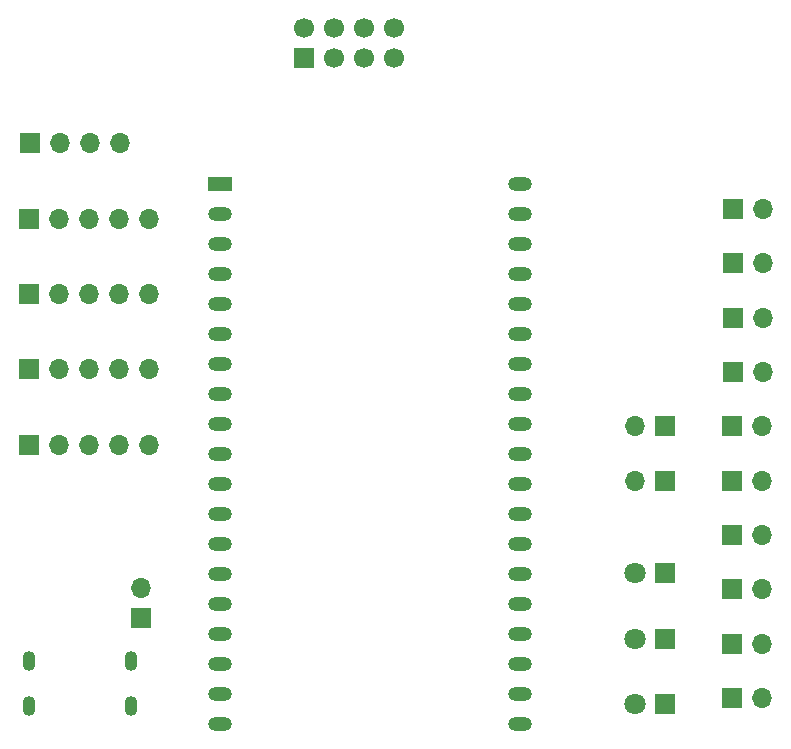
<source format=gbr>
%TF.GenerationSoftware,KiCad,Pcbnew,8.0.4*%
%TF.CreationDate,2024-12-10T19:57:11+05:30*%
%TF.ProjectId,controller-v3,636f6e74-726f-46c6-9c65-722d76332e6b,rev?*%
%TF.SameCoordinates,Original*%
%TF.FileFunction,Soldermask,Bot*%
%TF.FilePolarity,Negative*%
%FSLAX46Y46*%
G04 Gerber Fmt 4.6, Leading zero omitted, Abs format (unit mm)*
G04 Created by KiCad (PCBNEW 8.0.4) date 2024-12-10 19:57:11*
%MOMM*%
%LPD*%
G01*
G04 APERTURE LIST*
%ADD10R,1.700000X1.700000*%
%ADD11C,1.700000*%
%ADD12O,1.700000X1.700000*%
%ADD13R,1.800000X1.800000*%
%ADD14C,1.800000*%
%ADD15R,2.000000X1.200000*%
%ADD16O,2.000000X1.200000*%
%ADD17O,1.100000X1.700000*%
G04 APERTURE END LIST*
D10*
%TO.C,U4*%
X116010000Y-88370000D03*
D11*
X116010000Y-85830000D03*
X118550000Y-88370000D03*
X118550000Y-85830000D03*
X121090000Y-88370000D03*
X121090000Y-85830000D03*
X123630000Y-88370000D03*
X123630000Y-85830000D03*
%TD*%
D10*
%TO.C,SW5*%
X152300000Y-119575000D03*
D12*
X154840000Y-119575000D03*
%TD*%
D10*
%TO.C,SW8*%
X152300000Y-133375000D03*
D12*
X154840000Y-133375000D03*
%TD*%
D10*
%TO.C,joy3*%
X92745000Y-121125000D03*
D12*
X95285000Y-121125000D03*
X97825000Y-121125000D03*
X100365000Y-121125000D03*
X102905000Y-121125000D03*
%TD*%
D10*
%TO.C,SW6*%
X152300000Y-124175000D03*
D12*
X154840000Y-124175000D03*
%TD*%
D13*
%TO.C,D1*%
X146575000Y-132000000D03*
D14*
X144035000Y-132000000D03*
%TD*%
D10*
%TO.C,joy0*%
X92785000Y-114700000D03*
D12*
X95325000Y-114700000D03*
X97865000Y-114700000D03*
X100405000Y-114700000D03*
X102945000Y-114700000D03*
%TD*%
D10*
%TO.C,joy2*%
X92785000Y-101975000D03*
D12*
X95325000Y-101975000D03*
X97865000Y-101975000D03*
X100405000Y-101975000D03*
X102945000Y-101975000D03*
%TD*%
D10*
%TO.C,joy1*%
X92785000Y-108375000D03*
D12*
X95325000Y-108375000D03*
X97865000Y-108375000D03*
X100405000Y-108375000D03*
X102945000Y-108375000D03*
%TD*%
D10*
%TO.C,SW1*%
X152340000Y-101175000D03*
D12*
X154880000Y-101175000D03*
%TD*%
D10*
%TO.C,SW2*%
X152340000Y-105775000D03*
D12*
X154880000Y-105775000D03*
%TD*%
D10*
%TO.C,SW7*%
X152300000Y-128775000D03*
D12*
X154840000Y-128775000D03*
%TD*%
D15*
%TO.C,U7*%
X108900000Y-99060000D03*
D16*
X108900000Y-101600000D03*
X108900000Y-104140000D03*
X108900000Y-106680000D03*
X108900000Y-109220000D03*
X108900000Y-111760000D03*
X108900000Y-114300000D03*
X108900000Y-116840000D03*
X108900000Y-119380000D03*
X108900000Y-121920000D03*
X108900000Y-124460000D03*
X108900000Y-127000000D03*
X108900000Y-129540000D03*
X108900000Y-132080000D03*
X108900000Y-134620000D03*
X108900000Y-137160000D03*
X108900000Y-139700000D03*
X108900000Y-142240000D03*
X108900000Y-144780000D03*
X134296320Y-144777280D03*
X134296320Y-142237280D03*
X134300000Y-139700000D03*
X134300000Y-137160000D03*
X134300000Y-134620000D03*
X134300000Y-132080000D03*
X134300000Y-129540000D03*
X134300000Y-127000000D03*
X134300000Y-124460000D03*
X134300000Y-121920000D03*
X134300000Y-119380000D03*
X134300000Y-116840000D03*
X134300000Y-114300000D03*
X134300000Y-111760000D03*
X134300000Y-109220000D03*
X134300000Y-106680000D03*
X134300000Y-104140000D03*
X134300000Y-101600000D03*
X134300000Y-99060000D03*
%TD*%
D10*
%TO.C,U1*%
X92800000Y-95575000D03*
D12*
X95340000Y-95575000D03*
X97880000Y-95575000D03*
X100420000Y-95575000D03*
%TD*%
D13*
%TO.C,D3*%
X146575000Y-143100000D03*
D14*
X144035000Y-143100000D03*
%TD*%
D10*
%TO.C,on/off1*%
X102275000Y-135802500D03*
D12*
X102275000Y-133262500D03*
%TD*%
D17*
%TO.C,J1*%
X92765000Y-139437500D03*
X92765000Y-143237500D03*
X101405000Y-139437500D03*
X101405000Y-143237500D03*
%TD*%
D10*
%TO.C,SW4*%
X152340000Y-114975000D03*
D12*
X154880000Y-114975000D03*
%TD*%
D10*
%TO.C,SW10*%
X152300000Y-142600000D03*
D12*
X154840000Y-142600000D03*
%TD*%
D10*
%TO.C,SW3*%
X152340000Y-110375000D03*
D12*
X154880000Y-110375000D03*
%TD*%
D10*
%TO.C,mode_select1*%
X146575000Y-119575000D03*
D12*
X144035000Y-119575000D03*
%TD*%
D10*
%TO.C,SW9*%
X152300000Y-138000000D03*
D12*
X154840000Y-138000000D03*
%TD*%
D13*
%TO.C,D2*%
X146575000Y-137550000D03*
D14*
X144035000Y-137550000D03*
%TD*%
D10*
%TO.C,oled_cycle1*%
X146575000Y-124175000D03*
D12*
X144035000Y-124175000D03*
%TD*%
M02*

</source>
